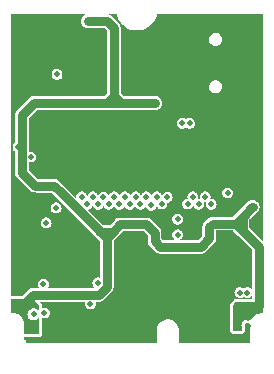
<source format=gbr>
G04 #@! TF.GenerationSoftware,KiCad,Pcbnew,(6.0.1)*
G04 #@! TF.CreationDate,2022-02-18T21:00:09+08:00*
G04 #@! TF.ProjectId,STM32_FOC_Board,53544d33-325f-4464-9f43-5f426f617264,rev?*
G04 #@! TF.SameCoordinates,Original*
G04 #@! TF.FileFunction,Copper,L2,Inr*
G04 #@! TF.FilePolarity,Positive*
%FSLAX46Y46*%
G04 Gerber Fmt 4.6, Leading zero omitted, Abs format (unit mm)*
G04 Created by KiCad (PCBNEW (6.0.1)) date 2022-02-18 21:00:09*
%MOMM*%
%LPD*%
G01*
G04 APERTURE LIST*
G04 #@! TA.AperFunction,ComponentPad*
%ADD10O,1.999000X1.000800*%
G04 #@! TD*
G04 #@! TA.AperFunction,ViaPad*
%ADD11C,0.508000*%
G04 #@! TD*
G04 #@! TA.AperFunction,Conductor*
%ADD12C,0.762000*%
G04 #@! TD*
G04 APERTURE END LIST*
D10*
X148799600Y-82757000D03*
X148799600Y-89955400D03*
X145330000Y-82757000D03*
X145330000Y-89955400D03*
D11*
X132943600Y-102235000D03*
X129563710Y-86691604D03*
X146068800Y-93625600D03*
X131336800Y-98895900D03*
X133597400Y-92812800D03*
X143556000Y-108215121D03*
X129768600Y-104317800D03*
X129582500Y-99403900D03*
X131362200Y-97549200D03*
X148227800Y-95733800D03*
X147542000Y-95048000D03*
X129563710Y-89231604D03*
X133673600Y-95187500D03*
X140404600Y-87923100D03*
X149828000Y-93727200D03*
X149352000Y-108585000D03*
X129563710Y-84151604D03*
X134264400Y-87147400D03*
X144195800Y-84480400D03*
X149883710Y-96851604D03*
X136188200Y-92457200D03*
X136721600Y-91974600D03*
X139210800Y-87948500D03*
X146761200Y-94234000D03*
X143122400Y-105601500D03*
X147834383Y-91733583D03*
X149883710Y-91771604D03*
X142087600Y-83489800D03*
X150005800Y-100318300D03*
X129743200Y-102895400D03*
X133172200Y-103606600D03*
X132835400Y-108116100D03*
X132835400Y-108725700D03*
X148498922Y-92398122D03*
X143437897Y-106653597D03*
X132156200Y-83566000D03*
X142087600Y-82651600D03*
X131241800Y-91186000D03*
X149163461Y-93062661D03*
X145516600Y-84480400D03*
X137966200Y-90755400D03*
X144856200Y-84480400D03*
X143230600Y-101904800D03*
X137610600Y-89587000D03*
X149777200Y-98514900D03*
X135813800Y-82804000D03*
X149430065Y-107955318D03*
X141547600Y-89751900D03*
X149802600Y-107455700D03*
X129971800Y-107213400D03*
X136677400Y-89662000D03*
X150290479Y-106959400D03*
X130454400Y-90551000D03*
X133546600Y-97295700D03*
X129922848Y-93434900D03*
X136759700Y-105969800D03*
X130378200Y-106857800D03*
X135737600Y-89662000D03*
X132161800Y-107506500D03*
X130987800Y-94318400D03*
X133140200Y-98616500D03*
X133223000Y-87325200D03*
X132073400Y-105093500D03*
X136670800Y-104966500D03*
X136051989Y-106753711D03*
X132302000Y-99886500D03*
X131235200Y-107633500D03*
X147670600Y-97342800D03*
X146272000Y-98311700D03*
X145764000Y-97676700D03*
X145205200Y-98311700D03*
X144725078Y-97676700D03*
X144281078Y-98298000D03*
X143439400Y-99589800D03*
X143433800Y-100888800D03*
X142551400Y-97713800D03*
X142107389Y-98297511D03*
X141663389Y-97676700D03*
X141205200Y-98400100D03*
X140773400Y-97676700D03*
X140289800Y-98311700D03*
X139884400Y-97676700D03*
X139401800Y-98311700D03*
X138970000Y-97676700D03*
X138499600Y-98311700D03*
X138055600Y-97676700D03*
X137598400Y-98311700D03*
X137154400Y-97676700D03*
X136709400Y-98311700D03*
X136254533Y-97676700D03*
X135795000Y-98319800D03*
X135313962Y-97676700D03*
X149315237Y-105791000D03*
X143835200Y-91473329D03*
X144444800Y-91473329D03*
X148705637Y-105791000D03*
D12*
X141547600Y-89751900D02*
X138601500Y-89751900D01*
X137432800Y-101181900D02*
X137432800Y-101207300D01*
X148932900Y-99352100D02*
X149770100Y-98514900D01*
X149770100Y-98514900D02*
X149777200Y-98514900D01*
X148336000Y-99949000D02*
X148932900Y-99352100D01*
X143230600Y-101904800D02*
X145422100Y-101904800D01*
X136591050Y-100340150D02*
X136889250Y-100638350D01*
X137464800Y-82804000D02*
X138023600Y-83362800D01*
X150290480Y-101903480D02*
X150290480Y-106959400D01*
X132987800Y-96736900D02*
X131336800Y-96736900D01*
X146119600Y-100216700D02*
X146387300Y-99949000D01*
X130454400Y-90551000D02*
X131267200Y-89738200D01*
X136759700Y-105969800D02*
X136747000Y-105982500D01*
X130226289Y-90779111D02*
X130454400Y-90551000D01*
X136889250Y-100638350D02*
X137925550Y-100638350D01*
X137432311Y-105297189D02*
X136759700Y-105969800D01*
X141478000Y-101422200D02*
X141478000Y-100711000D01*
X141960600Y-101904800D02*
X141478000Y-101422200D01*
X137432311Y-101131589D02*
X137432311Y-105297189D01*
X146387300Y-99949000D02*
X148336000Y-99949000D01*
X137925550Y-100638350D02*
X137432311Y-101131589D01*
X130226289Y-95626389D02*
X130226289Y-90779111D01*
X141478000Y-100711000D02*
X140792200Y-100025200D01*
X145422100Y-101904800D02*
X146119600Y-101207300D01*
X137459400Y-89738200D02*
X137610600Y-89587000D01*
X137445700Y-89751900D02*
X138601500Y-89751900D01*
X148983700Y-100596700D02*
X150290480Y-101903480D01*
X131267200Y-89738200D02*
X137459400Y-89738200D01*
X138023600Y-83362800D02*
X138023600Y-89174000D01*
X133546600Y-97295700D02*
X132987800Y-96736900D01*
X131336800Y-96736900D02*
X130226289Y-95626389D01*
X140792200Y-100025200D02*
X138538700Y-100025200D01*
X136591050Y-100340150D02*
X137432800Y-101181900D01*
X138601500Y-89751900D02*
X138023600Y-89174000D01*
X133546600Y-97295700D02*
X136591050Y-100340150D01*
X148932900Y-99352100D02*
X148932900Y-100545900D01*
X148336000Y-99949000D02*
X148983700Y-100596700D01*
X131184400Y-105982500D02*
X130016000Y-107150900D01*
X136747000Y-105982500D02*
X131184400Y-105982500D01*
X135813800Y-82804000D02*
X137464800Y-82804000D01*
X143230600Y-101904800D02*
X141960600Y-101904800D01*
X146119600Y-101207300D02*
X146119600Y-100216700D01*
X138023600Y-89174000D02*
X137610600Y-89587000D01*
X148932900Y-100545900D02*
X148983700Y-100596700D01*
X138538700Y-100025200D02*
X137925550Y-100638350D01*
G04 #@! TA.AperFunction,Conductor*
G36*
X131209306Y-106356406D02*
G01*
X131706094Y-106853194D01*
X131724400Y-106897388D01*
X131724400Y-107227595D01*
X131718476Y-107254155D01*
X131710481Y-107271184D01*
X131675130Y-107303409D01*
X131627346Y-107301199D01*
X131606558Y-107285420D01*
X131601417Y-107279454D01*
X131572913Y-107246373D01*
X131450685Y-107167148D01*
X131311134Y-107125414D01*
X131238307Y-107124969D01*
X131169932Y-107124551D01*
X131169931Y-107124551D01*
X131165479Y-107124524D01*
X131025429Y-107164551D01*
X130902242Y-107242276D01*
X130899299Y-107245608D01*
X130899297Y-107245610D01*
X130850203Y-107301199D01*
X130805822Y-107351451D01*
X130803930Y-107355481D01*
X130745811Y-107479269D01*
X130745810Y-107479272D01*
X130743919Y-107483300D01*
X130721509Y-107627224D01*
X130740395Y-107771652D01*
X130799059Y-107904974D01*
X130805000Y-107912042D01*
X130889886Y-108013026D01*
X130892783Y-108016473D01*
X130896488Y-108018939D01*
X130896490Y-108018941D01*
X130989465Y-108080829D01*
X131014034Y-108097184D01*
X131153064Y-108140621D01*
X131157514Y-108140703D01*
X131157517Y-108140703D01*
X131294252Y-108143209D01*
X131294255Y-108143209D01*
X131298698Y-108143290D01*
X131302989Y-108142120D01*
X131302990Y-108142120D01*
X131353970Y-108128221D01*
X131439226Y-108104977D01*
X131443017Y-108102649D01*
X131443020Y-108102648D01*
X131559562Y-108031092D01*
X131559565Y-108031089D01*
X131563354Y-108028763D01*
X131577562Y-108013066D01*
X131615563Y-107971084D01*
X131658793Y-107950603D01*
X131703842Y-107966689D01*
X131724400Y-108013026D01*
X131724400Y-109247400D01*
X131706094Y-109291594D01*
X131661900Y-109309900D01*
X130471500Y-109309900D01*
X130427306Y-109291594D01*
X130409000Y-109247400D01*
X130409000Y-108397691D01*
X130410148Y-108385766D01*
X130412980Y-108371194D01*
X130414024Y-108365825D01*
X130411903Y-108352434D01*
X130411344Y-108347782D01*
X130409209Y-108321754D01*
X130409000Y-108316644D01*
X130409000Y-108311218D01*
X130408277Y-108307120D01*
X130407537Y-108301379D01*
X130400036Y-108209943D01*
X130399782Y-108206846D01*
X130370779Y-108106148D01*
X130356499Y-108056569D01*
X130356498Y-108056567D01*
X130355639Y-108053584D01*
X130282129Y-107912042D01*
X130276442Y-107904974D01*
X130184084Y-107790201D01*
X130182140Y-107787785D01*
X130059603Y-107685694D01*
X130056874Y-107684217D01*
X129922066Y-107611262D01*
X129922062Y-107611260D01*
X129919334Y-107609784D01*
X129821013Y-107579643D01*
X129769812Y-107563946D01*
X129769810Y-107563946D01*
X129766846Y-107563037D01*
X129701065Y-107556511D01*
X129696389Y-107555867D01*
X129671471Y-107551473D01*
X129671458Y-107551472D01*
X129668782Y-107551000D01*
X129648608Y-107551000D01*
X129642439Y-107550695D01*
X129634649Y-107549922D01*
X129626122Y-107549076D01*
X129621478Y-107548439D01*
X129608132Y-107546091D01*
X129585756Y-107550046D01*
X129574878Y-107551000D01*
X129391500Y-107551000D01*
X129347306Y-107532694D01*
X129329000Y-107488500D01*
X129329000Y-106400600D01*
X129347306Y-106356406D01*
X129391500Y-106338100D01*
X131165112Y-106338100D01*
X131209306Y-106356406D01*
G37*
G04 #@! TD.AperFunction*
G04 #@! TA.AperFunction,Conductor*
G36*
X150613121Y-106598402D02*
G01*
X150659614Y-106652058D01*
X150671000Y-106704400D01*
X150671000Y-107435000D01*
X150650998Y-107503121D01*
X150597342Y-107549614D01*
X150545000Y-107561000D01*
X150538121Y-107561000D01*
X150514610Y-107558513D01*
X150512873Y-107558450D01*
X150502092Y-107556144D01*
X150491172Y-107557665D01*
X150489998Y-107557622D01*
X150485967Y-107558030D01*
X150442878Y-107560750D01*
X150434939Y-107561000D01*
X150421218Y-107561000D01*
X150415798Y-107561956D01*
X150411384Y-107562342D01*
X150404327Y-107563184D01*
X150393449Y-107563871D01*
X150329234Y-107567925D01*
X150323187Y-107569544D01*
X150323186Y-107569544D01*
X150168000Y-107611089D01*
X150167996Y-107611090D01*
X150161954Y-107612708D01*
X150006792Y-107689602D01*
X150001846Y-107693430D01*
X150001844Y-107693431D01*
X149874793Y-107791755D01*
X149874790Y-107791757D01*
X149869842Y-107795587D01*
X149865747Y-107800316D01*
X149865744Y-107800319D01*
X149796025Y-107880836D01*
X149756484Y-107926500D01*
X149753403Y-107931942D01*
X149753401Y-107931945D01*
X149685586Y-108051736D01*
X149634620Y-108101162D01*
X149565022Y-108115188D01*
X149539835Y-108110379D01*
X149509015Y-108101162D01*
X149427934Y-108076914D01*
X149418958Y-108076859D01*
X149418957Y-108076859D01*
X149357644Y-108076485D01*
X149282279Y-108076024D01*
X149142229Y-108116051D01*
X149134642Y-108120838D01*
X149134640Y-108120839D01*
X149094896Y-108145916D01*
X149019042Y-108193776D01*
X148922622Y-108302951D01*
X148860719Y-108434800D01*
X148838309Y-108578724D01*
X148857195Y-108723152D01*
X148860810Y-108731368D01*
X148860811Y-108731371D01*
X148908633Y-108840054D01*
X148917761Y-108910461D01*
X148887374Y-108974626D01*
X148827121Y-109012177D01*
X148793304Y-109016800D01*
X148208000Y-109016800D01*
X148139879Y-108996798D01*
X148093386Y-108943142D01*
X148082000Y-108890800D01*
X148082000Y-106977579D01*
X148102002Y-106909458D01*
X148108924Y-106899733D01*
X148323565Y-106626554D01*
X148381379Y-106585348D01*
X148422641Y-106578400D01*
X150545000Y-106578400D01*
X150613121Y-106598402D01*
G37*
G04 #@! TD.AperFunction*
G04 #@! TA.AperFunction,Conductor*
G36*
X148097237Y-100537127D02*
G01*
X148491814Y-100931704D01*
X148492823Y-100932855D01*
X148515887Y-100962913D01*
X148516497Y-100963381D01*
X148545946Y-100985978D01*
X148547097Y-100986987D01*
X149702353Y-102142243D01*
X149705780Y-102150516D01*
X149705780Y-105511512D01*
X149702353Y-105519785D01*
X149694080Y-105523212D01*
X149685216Y-105519149D01*
X149619755Y-105443177D01*
X149619754Y-105443176D01*
X149619212Y-105442547D01*
X149618517Y-105442096D01*
X149618514Y-105442094D01*
X149509894Y-105371690D01*
X149509195Y-105371237D01*
X149442603Y-105351322D01*
X149384385Y-105333911D01*
X149384383Y-105333911D01*
X149383585Y-105333672D01*
X149315741Y-105333257D01*
X149253313Y-105332876D01*
X149253312Y-105332876D01*
X149252481Y-105332871D01*
X149185288Y-105352075D01*
X149127219Y-105368671D01*
X149127218Y-105368672D01*
X149126422Y-105368899D01*
X149121999Y-105371690D01*
X149015982Y-105438581D01*
X149007157Y-105440097D01*
X149003375Y-105438504D01*
X148900294Y-105371690D01*
X148899595Y-105371237D01*
X148833003Y-105351322D01*
X148774785Y-105333911D01*
X148774783Y-105333911D01*
X148773985Y-105333672D01*
X148706141Y-105333257D01*
X148643713Y-105332876D01*
X148643712Y-105332876D01*
X148642881Y-105332871D01*
X148575688Y-105352075D01*
X148517619Y-105368671D01*
X148517618Y-105368672D01*
X148516822Y-105368899D01*
X148405942Y-105438859D01*
X148405394Y-105439480D01*
X148405390Y-105439483D01*
X148376465Y-105472235D01*
X148319154Y-105537128D01*
X148263435Y-105655805D01*
X148243265Y-105785351D01*
X148260264Y-105915350D01*
X148313067Y-106035354D01*
X148397428Y-106135713D01*
X148398121Y-106136175D01*
X148398123Y-106136176D01*
X148414698Y-106147209D01*
X148506566Y-106208362D01*
X148631707Y-106247459D01*
X148706234Y-106248825D01*
X148761960Y-106249846D01*
X148761962Y-106249846D01*
X148762791Y-106249861D01*
X148889281Y-106215376D01*
X149001008Y-106146776D01*
X149002755Y-106144846D01*
X149010847Y-106141012D01*
X149017911Y-106142958D01*
X149116166Y-106208362D01*
X149241307Y-106247459D01*
X149315834Y-106248825D01*
X149371560Y-106249846D01*
X149371562Y-106249846D01*
X149372391Y-106249861D01*
X149498881Y-106215376D01*
X149610608Y-106146776D01*
X149615826Y-106141012D01*
X149638058Y-106116450D01*
X149685407Y-106064140D01*
X149693498Y-106060306D01*
X149701932Y-106063318D01*
X149705780Y-106071992D01*
X149705780Y-106312700D01*
X149702353Y-106320973D01*
X149694080Y-106324400D01*
X148422641Y-106324400D01*
X148380464Y-106327926D01*
X148355943Y-106332055D01*
X148339296Y-106334858D01*
X148339287Y-106334860D01*
X148339202Y-106334874D01*
X148324333Y-106337837D01*
X148233957Y-106378508D01*
X148176143Y-106419714D01*
X148123840Y-106469627D01*
X148123588Y-106469948D01*
X148123586Y-106469950D01*
X147909225Y-106742772D01*
X147909167Y-106742848D01*
X147905881Y-106747241D01*
X147901990Y-106752443D01*
X147895068Y-106762168D01*
X147858291Y-106837898D01*
X147858155Y-106838362D01*
X147838405Y-106905622D01*
X147838403Y-106905629D01*
X147838289Y-106906019D01*
X147828000Y-106977579D01*
X147828000Y-108890800D01*
X147833804Y-108944790D01*
X147845190Y-108997132D01*
X147852384Y-109023355D01*
X147901425Y-109109476D01*
X147947918Y-109163132D01*
X147980502Y-109194573D01*
X147981243Y-109194961D01*
X147981245Y-109194962D01*
X148067806Y-109240241D01*
X148067809Y-109240242D01*
X148068319Y-109240509D01*
X148068874Y-109240672D01*
X148136043Y-109260395D01*
X148136050Y-109260397D01*
X148136440Y-109260511D01*
X148136843Y-109260569D01*
X148136848Y-109260570D01*
X148181805Y-109267034D01*
X148208000Y-109270800D01*
X148793304Y-109270800D01*
X148793494Y-109270787D01*
X148793496Y-109270787D01*
X148798193Y-109270467D01*
X148827707Y-109268459D01*
X148836388Y-109267272D01*
X148860911Y-109263920D01*
X148860913Y-109263920D01*
X148861524Y-109263836D01*
X148961465Y-109227741D01*
X148961985Y-109227417D01*
X148961987Y-109227416D01*
X149021497Y-109190328D01*
X149021501Y-109190325D01*
X149021718Y-109190190D01*
X149057856Y-109162913D01*
X149116933Y-109083340D01*
X149118211Y-109080643D01*
X149147208Y-109019412D01*
X149147210Y-109019408D01*
X149147320Y-109019175D01*
X149162976Y-108976685D01*
X149168755Y-108891106D01*
X149169614Y-108878385D01*
X149169614Y-108878383D01*
X149169653Y-108877804D01*
X149160525Y-108807397D01*
X149160417Y-108807008D01*
X149160415Y-108807000D01*
X149141234Y-108738157D01*
X149141233Y-108738154D01*
X149141122Y-108737756D01*
X149133333Y-108720053D01*
X149105010Y-108655684D01*
X149104118Y-108652489D01*
X149095099Y-108583523D01*
X149095139Y-108580210D01*
X149105842Y-108511471D01*
X149106811Y-108508301D01*
X149136369Y-108445345D01*
X149138190Y-108442572D01*
X149184237Y-108390434D01*
X149186764Y-108388284D01*
X149215091Y-108370411D01*
X149223916Y-108368894D01*
X149227815Y-108370565D01*
X149230301Y-108372219D01*
X149230994Y-108372680D01*
X149356135Y-108411777D01*
X149430662Y-108413143D01*
X149486388Y-108414164D01*
X149486390Y-108414164D01*
X149487219Y-108414179D01*
X149583721Y-108387869D01*
X149592605Y-108388999D01*
X149598087Y-108396079D01*
X149598417Y-108400537D01*
X149598244Y-108401994D01*
X149598108Y-108402862D01*
X149595984Y-108413710D01*
X149600712Y-108443827D01*
X149600858Y-108444760D01*
X149601000Y-108446574D01*
X149601000Y-111539300D01*
X149597573Y-111547573D01*
X149589300Y-111551000D01*
X149566900Y-111551000D01*
X149558627Y-111547573D01*
X149555200Y-111539300D01*
X149555200Y-110083600D01*
X143570700Y-110083600D01*
X143562427Y-110080173D01*
X143559000Y-110071900D01*
X143559000Y-109042166D01*
X143559207Y-109039976D01*
X143563851Y-109015602D01*
X143564043Y-109014595D01*
X143562521Y-109005208D01*
X143562408Y-109004281D01*
X143552153Y-108877804D01*
X143548824Y-108836743D01*
X143501196Y-108664793D01*
X143460157Y-108581860D01*
X143422310Y-108505377D01*
X143422307Y-108505372D01*
X143422062Y-108504877D01*
X143314248Y-108362710D01*
X143181607Y-108243372D01*
X143028878Y-108151126D01*
X142861520Y-108089268D01*
X142860985Y-108089179D01*
X142860981Y-108089178D01*
X142686058Y-108060101D01*
X142686057Y-108060101D01*
X142685510Y-108060010D01*
X142609816Y-108061871D01*
X142507698Y-108064382D01*
X142507695Y-108064382D01*
X142507140Y-108064396D01*
X142506599Y-108064514D01*
X142506595Y-108064514D01*
X142333319Y-108102153D01*
X142333318Y-108102153D01*
X142332781Y-108102270D01*
X142168665Y-108172278D01*
X142020655Y-108271920D01*
X141894040Y-108397633D01*
X141793344Y-108544928D01*
X141722165Y-108708539D01*
X141722044Y-108709078D01*
X141693234Y-108837290D01*
X141683047Y-108882623D01*
X141678163Y-109036501D01*
X141677715Y-109050603D01*
X141677648Y-109051529D01*
X141676586Y-109061008D01*
X141676827Y-109062002D01*
X141680672Y-109077891D01*
X141681000Y-109080643D01*
X141681000Y-110071900D01*
X141677573Y-110080173D01*
X141669300Y-110083600D01*
X130586500Y-110083600D01*
X130578227Y-110080173D01*
X130574800Y-110071900D01*
X130574800Y-109829600D01*
X130420700Y-109829600D01*
X130412427Y-109826173D01*
X130409000Y-109817900D01*
X130409000Y-109565724D01*
X130412427Y-109557451D01*
X130420700Y-109554024D01*
X130422979Y-109554249D01*
X130455642Y-109560746D01*
X130470931Y-109563787D01*
X130470933Y-109563787D01*
X130471500Y-109563900D01*
X131661900Y-109563900D01*
X131662467Y-109563787D01*
X131662469Y-109563787D01*
X131758535Y-109544678D01*
X131759103Y-109544565D01*
X131803297Y-109526259D01*
X131885698Y-109471200D01*
X131940759Y-109388797D01*
X131959065Y-109344603D01*
X131959178Y-109344035D01*
X131978287Y-109247969D01*
X131978287Y-109247967D01*
X131978400Y-109247400D01*
X131978400Y-108013026D01*
X131970444Y-107975478D01*
X131963423Y-107942338D01*
X131965061Y-107933534D01*
X131972444Y-107928467D01*
X131978358Y-107928745D01*
X131985179Y-107930876D01*
X132087870Y-107962959D01*
X132162397Y-107964325D01*
X132218123Y-107965346D01*
X132218125Y-107965346D01*
X132218954Y-107965361D01*
X132345444Y-107930876D01*
X132349368Y-107928467D01*
X132456466Y-107862709D01*
X132456467Y-107862708D01*
X132457171Y-107862276D01*
X132545153Y-107765075D01*
X132602317Y-107647087D01*
X132602778Y-107644351D01*
X132623995Y-107518238D01*
X132624069Y-107517798D01*
X132624207Y-107506500D01*
X132605621Y-107376718D01*
X132551356Y-107257369D01*
X132465775Y-107158047D01*
X132465080Y-107157596D01*
X132465077Y-107157594D01*
X132356457Y-107087190D01*
X132355758Y-107086737D01*
X132290892Y-107067338D01*
X132230948Y-107049411D01*
X132230946Y-107049411D01*
X132230148Y-107049172D01*
X132162304Y-107048757D01*
X132099876Y-107048376D01*
X132099875Y-107048376D01*
X132099044Y-107048371D01*
X132040968Y-107064969D01*
X131993315Y-107078588D01*
X131984419Y-107077566D01*
X131978850Y-107070553D01*
X131978400Y-107067338D01*
X131978400Y-106897388D01*
X131977786Y-106894298D01*
X131959178Y-106800753D01*
X131959065Y-106800185D01*
X131940759Y-106755991D01*
X131885699Y-106673589D01*
X131799283Y-106587173D01*
X131795856Y-106578900D01*
X131799283Y-106570627D01*
X131807556Y-106567200D01*
X135615461Y-106567200D01*
X135623734Y-106570627D01*
X135627161Y-106578900D01*
X135626052Y-106583872D01*
X135611898Y-106614020D01*
X135609787Y-106618516D01*
X135589617Y-106748062D01*
X135606616Y-106878061D01*
X135659419Y-106998065D01*
X135743780Y-107098424D01*
X135744473Y-107098886D01*
X135744475Y-107098887D01*
X135834296Y-107158677D01*
X135852918Y-107171073D01*
X135978059Y-107210170D01*
X136052586Y-107211536D01*
X136108312Y-107212557D01*
X136108314Y-107212557D01*
X136109143Y-107212572D01*
X136235633Y-107178087D01*
X136269010Y-107157594D01*
X136346655Y-107109920D01*
X136346656Y-107109919D01*
X136347360Y-107109487D01*
X136435342Y-107012286D01*
X136441922Y-106998706D01*
X136461674Y-106957935D01*
X136492506Y-106894298D01*
X136514258Y-106765009D01*
X136514396Y-106753711D01*
X136514215Y-106752443D01*
X136495928Y-106624754D01*
X136495810Y-106623929D01*
X136479098Y-106587173D01*
X136477539Y-106583743D01*
X136477235Y-106574793D01*
X136483347Y-106568249D01*
X136488190Y-106567200D01*
X136707914Y-106567200D01*
X136709441Y-106567300D01*
X136734711Y-106570627D01*
X136747000Y-106572245D01*
X136785319Y-106567200D01*
X136785321Y-106567200D01*
X136899637Y-106552150D01*
X137011876Y-106505659D01*
X137041873Y-106493234D01*
X137086386Y-106459077D01*
X137164013Y-106399513D01*
X137187079Y-106369453D01*
X137188088Y-106368303D01*
X137200243Y-106356148D01*
X137200246Y-106356144D01*
X137818118Y-105738272D01*
X137819269Y-105737263D01*
X137848715Y-105714669D01*
X137849324Y-105714202D01*
X137879461Y-105674927D01*
X137943045Y-105592061D01*
X137943339Y-105591352D01*
X137943341Y-105591348D01*
X138001666Y-105450538D01*
X138001961Y-105449826D01*
X138022057Y-105297189D01*
X138017111Y-105259622D01*
X138017011Y-105258096D01*
X138017011Y-101378625D01*
X138020438Y-101370352D01*
X138311354Y-101079436D01*
X138312505Y-101078427D01*
X138341953Y-101055831D01*
X138342563Y-101055363D01*
X138365628Y-101025304D01*
X138366637Y-101024153D01*
X138777463Y-100613327D01*
X138785736Y-100609900D01*
X140545164Y-100609900D01*
X140553437Y-100613327D01*
X140889873Y-100949764D01*
X140893300Y-100958037D01*
X140893300Y-101383114D01*
X140893200Y-101384640D01*
X140888255Y-101422200D01*
X140893300Y-101460519D01*
X140893300Y-101460521D01*
X140908350Y-101574837D01*
X140926039Y-101617541D01*
X140967266Y-101717073D01*
X140994191Y-101752162D01*
X141060987Y-101839213D01*
X141061596Y-101839680D01*
X141091046Y-101862278D01*
X141092197Y-101863287D01*
X141519516Y-102290607D01*
X141520519Y-102291751D01*
X141543587Y-102321813D01*
X141574251Y-102345342D01*
X141665727Y-102415534D01*
X141724643Y-102439938D01*
X141807963Y-102474450D01*
X141922279Y-102489500D01*
X141922281Y-102489500D01*
X141960600Y-102494545D01*
X141998161Y-102489600D01*
X141999687Y-102489500D01*
X145383014Y-102489500D01*
X145384540Y-102489600D01*
X145422100Y-102494545D01*
X145460419Y-102489500D01*
X145460421Y-102489500D01*
X145574737Y-102474450D01*
X145675313Y-102432790D01*
X145716973Y-102415534D01*
X145761486Y-102381377D01*
X145839113Y-102321813D01*
X145862178Y-102291754D01*
X145863187Y-102290603D01*
X146505404Y-101648386D01*
X146506555Y-101647377D01*
X146536003Y-101624781D01*
X146536613Y-101624313D01*
X146596177Y-101546686D01*
X146630334Y-101502173D01*
X146647590Y-101460513D01*
X146689250Y-101359937D01*
X146704300Y-101245621D01*
X146704300Y-101245619D01*
X146709345Y-101207300D01*
X146704400Y-101169738D01*
X146704300Y-101168212D01*
X146704300Y-100545400D01*
X146707727Y-100537127D01*
X146716000Y-100533700D01*
X148088964Y-100533700D01*
X148097237Y-100537127D01*
G37*
G04 #@! TD.AperFunction*
G04 #@! TA.AperFunction,Conductor*
G36*
X138256733Y-82172427D02*
G01*
X138259905Y-82178272D01*
X138290979Y-82324786D01*
X138377567Y-82560502D01*
X138377771Y-82560879D01*
X138377771Y-82560880D01*
X138382837Y-82570263D01*
X138496872Y-82781468D01*
X138513582Y-82804000D01*
X138626215Y-82955875D01*
X138646457Y-82983170D01*
X138729646Y-83067069D01*
X138822970Y-83161190D01*
X138822974Y-83161193D01*
X138823267Y-83161489D01*
X139023691Y-83312782D01*
X139243636Y-83433959D01*
X139244025Y-83434106D01*
X139244028Y-83434107D01*
X139255410Y-83438398D01*
X139478608Y-83522546D01*
X139603667Y-83550183D01*
X139723395Y-83576642D01*
X139723399Y-83576643D01*
X139723808Y-83576733D01*
X139974229Y-83595412D01*
X140224755Y-83578204D01*
X140225162Y-83578117D01*
X140225166Y-83578116D01*
X140324186Y-83556842D01*
X140470270Y-83525458D01*
X140600543Y-83477215D01*
X140705365Y-83438398D01*
X140705371Y-83438395D01*
X140705758Y-83438252D01*
X140926410Y-83318368D01*
X141127719Y-83168255D01*
X141305574Y-82990977D01*
X141456341Y-82790157D01*
X141460914Y-82781806D01*
X141510452Y-82691329D01*
X141576941Y-82569895D01*
X141599402Y-82509842D01*
X141664767Y-82335078D01*
X141664768Y-82335073D01*
X141664911Y-82334692D01*
X141699062Y-82178205D01*
X141704174Y-82170853D01*
X141710493Y-82169000D01*
X150659300Y-82169000D01*
X150667573Y-82172427D01*
X150671000Y-82180700D01*
X150671000Y-101428864D01*
X150667573Y-101437137D01*
X150659300Y-101440564D01*
X150651027Y-101437137D01*
X149521027Y-100307137D01*
X149517600Y-100298864D01*
X149517600Y-99599136D01*
X149521027Y-99590863D01*
X150132494Y-98979397D01*
X150133645Y-98978388D01*
X150163624Y-98955384D01*
X150194213Y-98931913D01*
X150250359Y-98858742D01*
X150287463Y-98810387D01*
X150287463Y-98810386D01*
X150287934Y-98809773D01*
X150346850Y-98667537D01*
X150366945Y-98514900D01*
X150346850Y-98362263D01*
X150287934Y-98220028D01*
X150276909Y-98205659D01*
X150217743Y-98128552D01*
X150194213Y-98097887D01*
X150072072Y-98004166D01*
X149929837Y-97945250D01*
X149815521Y-97930200D01*
X149809194Y-97930200D01*
X149807667Y-97930100D01*
X149770860Y-97925254D01*
X149770100Y-97925154D01*
X149769340Y-97925254D01*
X149745506Y-97928392D01*
X149617463Y-97945250D01*
X149475228Y-98004166D01*
X149474615Y-98004637D01*
X149474614Y-98004637D01*
X149399934Y-98061941D01*
X149388559Y-98070669D01*
X149353087Y-98097887D01*
X149330019Y-98127949D01*
X149329016Y-98129093D01*
X148547096Y-98911014D01*
X148545944Y-98912023D01*
X148515887Y-98935087D01*
X148515419Y-98935697D01*
X148492823Y-98965145D01*
X148491814Y-98966296D01*
X148097237Y-99360873D01*
X148088964Y-99364300D01*
X146426386Y-99364300D01*
X146424859Y-99364200D01*
X146388060Y-99359355D01*
X146387300Y-99359255D01*
X146348981Y-99364300D01*
X146348979Y-99364300D01*
X146234663Y-99379350D01*
X146134087Y-99421010D01*
X146092427Y-99438266D01*
X146072119Y-99453849D01*
X146069901Y-99455551D01*
X145993507Y-99514170D01*
X145970287Y-99531987D01*
X145968467Y-99534359D01*
X145947222Y-99562046D01*
X145946213Y-99563197D01*
X145733796Y-99775614D01*
X145732644Y-99776623D01*
X145702587Y-99799687D01*
X145702119Y-99800297D01*
X145665228Y-99848375D01*
X145626967Y-99898238D01*
X145608866Y-99921827D01*
X145599321Y-99944872D01*
X145549950Y-100064063D01*
X145534900Y-100178379D01*
X145529855Y-100216700D01*
X145529955Y-100217460D01*
X145534800Y-100254261D01*
X145534900Y-100255788D01*
X145534900Y-100960264D01*
X145531473Y-100968537D01*
X145183337Y-101316673D01*
X145175064Y-101320100D01*
X143647584Y-101320100D01*
X143639311Y-101316673D01*
X143635884Y-101308400D01*
X143639311Y-101300127D01*
X143641462Y-101298429D01*
X143728466Y-101245009D01*
X143728467Y-101245008D01*
X143729171Y-101244576D01*
X143817153Y-101147375D01*
X143823733Y-101133795D01*
X143873951Y-101030142D01*
X143874317Y-101029387D01*
X143875004Y-101025307D01*
X143895995Y-100900538D01*
X143896069Y-100900098D01*
X143896207Y-100888800D01*
X143895281Y-100882330D01*
X143877739Y-100759843D01*
X143877621Y-100759018D01*
X143877276Y-100758259D01*
X143823699Y-100640423D01*
X143823698Y-100640422D01*
X143823356Y-100639669D01*
X143800658Y-100613327D01*
X143738318Y-100540977D01*
X143738317Y-100540976D01*
X143737775Y-100540347D01*
X143737080Y-100539896D01*
X143737077Y-100539894D01*
X143628457Y-100469490D01*
X143627758Y-100469037D01*
X143564953Y-100450254D01*
X143502948Y-100431711D01*
X143502946Y-100431711D01*
X143502148Y-100431472D01*
X143434304Y-100431057D01*
X143371876Y-100430676D01*
X143371875Y-100430676D01*
X143371044Y-100430671D01*
X143292530Y-100453111D01*
X143245782Y-100466471D01*
X143245781Y-100466472D01*
X143244985Y-100466699D01*
X143134105Y-100536659D01*
X143133557Y-100537280D01*
X143133553Y-100537283D01*
X143087749Y-100589148D01*
X143047317Y-100634928D01*
X142991598Y-100753605D01*
X142971428Y-100883151D01*
X142988427Y-101013150D01*
X142988763Y-101013913D01*
X142988763Y-101013914D01*
X143029319Y-101106084D01*
X143041230Y-101133154D01*
X143071344Y-101168979D01*
X143103557Y-101207300D01*
X143125591Y-101233513D01*
X143126284Y-101233975D01*
X143126286Y-101233976D01*
X143223459Y-101298660D01*
X143228447Y-101306097D01*
X143226716Y-101314883D01*
X143219279Y-101319871D01*
X143216976Y-101320100D01*
X142207637Y-101320100D01*
X142199364Y-101316673D01*
X142066127Y-101183437D01*
X142062700Y-101175164D01*
X142062700Y-100750094D01*
X142062800Y-100748567D01*
X142067646Y-100711760D01*
X142067746Y-100711000D01*
X142047650Y-100558363D01*
X141988734Y-100416128D01*
X141918543Y-100324652D01*
X141918542Y-100324651D01*
X141895013Y-100293987D01*
X141864951Y-100270919D01*
X141863807Y-100269916D01*
X141233286Y-99639396D01*
X141232277Y-99638245D01*
X141209681Y-99608797D01*
X141209680Y-99608796D01*
X141209213Y-99608187D01*
X141177888Y-99584151D01*
X142977028Y-99584151D01*
X142994027Y-99714150D01*
X142994363Y-99714913D01*
X142994363Y-99714914D01*
X143010738Y-99752129D01*
X143046830Y-99834154D01*
X143085393Y-99880030D01*
X143100699Y-99898238D01*
X143131191Y-99934513D01*
X143131884Y-99934975D01*
X143131886Y-99934976D01*
X143232043Y-100001646D01*
X143240329Y-100007162D01*
X143365470Y-100046259D01*
X143439997Y-100047625D01*
X143495723Y-100048646D01*
X143495725Y-100048646D01*
X143496554Y-100048661D01*
X143623044Y-100014176D01*
X143734771Y-99945576D01*
X143822753Y-99848375D01*
X143829333Y-99834795D01*
X143867160Y-99756718D01*
X143879917Y-99730387D01*
X143895226Y-99639397D01*
X143901595Y-99601538D01*
X143901669Y-99601098D01*
X143901807Y-99589800D01*
X143900881Y-99583330D01*
X143883339Y-99460843D01*
X143883221Y-99460018D01*
X143881144Y-99455450D01*
X143829299Y-99341423D01*
X143829298Y-99341422D01*
X143828956Y-99340669D01*
X143743375Y-99241347D01*
X143742680Y-99240896D01*
X143742677Y-99240894D01*
X143634057Y-99170490D01*
X143633358Y-99170037D01*
X143570553Y-99151255D01*
X143508548Y-99132711D01*
X143508546Y-99132711D01*
X143507748Y-99132472D01*
X143439904Y-99132057D01*
X143377476Y-99131676D01*
X143377475Y-99131676D01*
X143376644Y-99131671D01*
X143298130Y-99154111D01*
X143251382Y-99167471D01*
X143251381Y-99167472D01*
X143250585Y-99167699D01*
X143139705Y-99237659D01*
X143139157Y-99238280D01*
X143139153Y-99238283D01*
X143135891Y-99241977D01*
X143052917Y-99335928D01*
X142997198Y-99454605D01*
X142977028Y-99584151D01*
X141177888Y-99584151D01*
X141117804Y-99538047D01*
X141087073Y-99514466D01*
X141045413Y-99497210D01*
X140944837Y-99455550D01*
X140830521Y-99440500D01*
X140830519Y-99440500D01*
X140792200Y-99435455D01*
X140791440Y-99435555D01*
X140754639Y-99440400D01*
X140753112Y-99440500D01*
X138577786Y-99440500D01*
X138576259Y-99440400D01*
X138539460Y-99435555D01*
X138538700Y-99435455D01*
X138500381Y-99440500D01*
X138500379Y-99440500D01*
X138386063Y-99455550D01*
X138326850Y-99480077D01*
X138243827Y-99514466D01*
X138220200Y-99532596D01*
X138213096Y-99538047D01*
X138130926Y-99601098D01*
X138121687Y-99608187D01*
X138121220Y-99608796D01*
X138098622Y-99638246D01*
X138097613Y-99639397D01*
X137686787Y-100050223D01*
X137678514Y-100053650D01*
X137136286Y-100053650D01*
X137128013Y-100050223D01*
X137031595Y-99953805D01*
X137031592Y-99953801D01*
X135869788Y-98791997D01*
X135866361Y-98783724D01*
X135869788Y-98775451D01*
X135874982Y-98772437D01*
X135978644Y-98744176D01*
X135991837Y-98736076D01*
X136089666Y-98676009D01*
X136089667Y-98676008D01*
X136090371Y-98675576D01*
X136107717Y-98656413D01*
X136133219Y-98628238D01*
X136178353Y-98578375D01*
X136181978Y-98570894D01*
X136222760Y-98486718D01*
X136235517Y-98460387D01*
X136235764Y-98458922D01*
X136240361Y-98431596D01*
X136245113Y-98424006D01*
X136253840Y-98421999D01*
X136261430Y-98426751D01*
X136263500Y-98432020D01*
X136264027Y-98436050D01*
X136264363Y-98436813D01*
X136264363Y-98436814D01*
X136283607Y-98480549D01*
X136316830Y-98556054D01*
X136401191Y-98656413D01*
X136401884Y-98656875D01*
X136401886Y-98656876D01*
X136430629Y-98676009D01*
X136510329Y-98729062D01*
X136635470Y-98768159D01*
X136709997Y-98769525D01*
X136765723Y-98770546D01*
X136765725Y-98770546D01*
X136766554Y-98770561D01*
X136893044Y-98736076D01*
X136916154Y-98721887D01*
X137004066Y-98667909D01*
X137004067Y-98667908D01*
X137004771Y-98667476D01*
X137092753Y-98570275D01*
X137099333Y-98556695D01*
X137144251Y-98463982D01*
X137150942Y-98458030D01*
X137159881Y-98458554D01*
X137165488Y-98464370D01*
X137205830Y-98556054D01*
X137290191Y-98656413D01*
X137290884Y-98656875D01*
X137290886Y-98656876D01*
X137319629Y-98676009D01*
X137399329Y-98729062D01*
X137524470Y-98768159D01*
X137598997Y-98769525D01*
X137654723Y-98770546D01*
X137654725Y-98770546D01*
X137655554Y-98770561D01*
X137782044Y-98736076D01*
X137805154Y-98721887D01*
X137893066Y-98667909D01*
X137893067Y-98667908D01*
X137893771Y-98667476D01*
X137981753Y-98570275D01*
X137988333Y-98556695D01*
X138035931Y-98458451D01*
X138038917Y-98452287D01*
X138038985Y-98451882D01*
X138044669Y-98445162D01*
X138053592Y-98444417D01*
X138060739Y-98450849D01*
X138107030Y-98556054D01*
X138191391Y-98656413D01*
X138192084Y-98656875D01*
X138192086Y-98656876D01*
X138220829Y-98676009D01*
X138300529Y-98729062D01*
X138425670Y-98768159D01*
X138500197Y-98769525D01*
X138555923Y-98770546D01*
X138555925Y-98770546D01*
X138556754Y-98770561D01*
X138683244Y-98736076D01*
X138706354Y-98721887D01*
X138794266Y-98667909D01*
X138794267Y-98667908D01*
X138794971Y-98667476D01*
X138882953Y-98570275D01*
X138889528Y-98556705D01*
X138939752Y-98453041D01*
X138939753Y-98453039D01*
X138940117Y-98452287D01*
X138940256Y-98451462D01*
X138940504Y-98450685D01*
X138946286Y-98443846D01*
X138955209Y-98443098D01*
X138962359Y-98449532D01*
X138976007Y-98480549D01*
X139009230Y-98556054D01*
X139093591Y-98656413D01*
X139094284Y-98656875D01*
X139094286Y-98656876D01*
X139123029Y-98676009D01*
X139202729Y-98729062D01*
X139327870Y-98768159D01*
X139402397Y-98769525D01*
X139458123Y-98770546D01*
X139458125Y-98770546D01*
X139458954Y-98770561D01*
X139585444Y-98736076D01*
X139608554Y-98721887D01*
X139696466Y-98667909D01*
X139696467Y-98667908D01*
X139697171Y-98667476D01*
X139785153Y-98570275D01*
X139791728Y-98556705D01*
X139836127Y-98465064D01*
X139842818Y-98459112D01*
X139851757Y-98459636D01*
X139857365Y-98465453D01*
X139897230Y-98556054D01*
X139981591Y-98656413D01*
X139982284Y-98656875D01*
X139982286Y-98656876D01*
X140011029Y-98676009D01*
X140090729Y-98729062D01*
X140215870Y-98768159D01*
X140290397Y-98769525D01*
X140346123Y-98770546D01*
X140346125Y-98770546D01*
X140346954Y-98770561D01*
X140473444Y-98736076D01*
X140496554Y-98721887D01*
X140584466Y-98667909D01*
X140584467Y-98667908D01*
X140585171Y-98667476D01*
X140673153Y-98570275D01*
X140679733Y-98556695D01*
X140729067Y-98454867D01*
X140735758Y-98448915D01*
X140744697Y-98449439D01*
X140750649Y-98456130D01*
X140751197Y-98458449D01*
X140759827Y-98524450D01*
X140760163Y-98525213D01*
X140760163Y-98525214D01*
X140783827Y-98578994D01*
X140812630Y-98644454D01*
X140831393Y-98666775D01*
X140892965Y-98740023D01*
X140896991Y-98744813D01*
X140897684Y-98745275D01*
X140897686Y-98745276D01*
X140967874Y-98791997D01*
X141006129Y-98817462D01*
X141131270Y-98856559D01*
X141205797Y-98857925D01*
X141261523Y-98858946D01*
X141261525Y-98858946D01*
X141262354Y-98858961D01*
X141388844Y-98824476D01*
X141411791Y-98810387D01*
X141499866Y-98756309D01*
X141499867Y-98756308D01*
X141500571Y-98755876D01*
X141514921Y-98740023D01*
X141525258Y-98728602D01*
X141588553Y-98658675D01*
X141589960Y-98655772D01*
X141627158Y-98578994D01*
X141645717Y-98540687D01*
X141658196Y-98466511D01*
X141662948Y-98458922D01*
X141671675Y-98456915D01*
X141679265Y-98461667D01*
X141680443Y-98463741D01*
X141702620Y-98514140D01*
X141714819Y-98541865D01*
X141738067Y-98569522D01*
X141787054Y-98627798D01*
X141799180Y-98642224D01*
X141799873Y-98642686D01*
X141799875Y-98642687D01*
X141849934Y-98676009D01*
X141908318Y-98714873D01*
X142033459Y-98753970D01*
X142107986Y-98755336D01*
X142163712Y-98756357D01*
X142163714Y-98756357D01*
X142164543Y-98756372D01*
X142291033Y-98721887D01*
X142302410Y-98714902D01*
X142402055Y-98653720D01*
X142402056Y-98653719D01*
X142402760Y-98653287D01*
X142490742Y-98556086D01*
X142497085Y-98542995D01*
X142539170Y-98456130D01*
X142547906Y-98438098D01*
X142548464Y-98434785D01*
X142569584Y-98309249D01*
X142569658Y-98308809D01*
X142569796Y-98297511D01*
X142569058Y-98292351D01*
X143818706Y-98292351D01*
X143835705Y-98422350D01*
X143836041Y-98423113D01*
X143836041Y-98423114D01*
X143854195Y-98464371D01*
X143888508Y-98542354D01*
X143911345Y-98569522D01*
X143960332Y-98627798D01*
X143972869Y-98642713D01*
X143973562Y-98643175D01*
X143973564Y-98643176D01*
X144022238Y-98675576D01*
X144082007Y-98715362D01*
X144207148Y-98754459D01*
X144281675Y-98755825D01*
X144337401Y-98756846D01*
X144337403Y-98756846D01*
X144338232Y-98756861D01*
X144464722Y-98722376D01*
X144465519Y-98721887D01*
X144575744Y-98654209D01*
X144575745Y-98654208D01*
X144576449Y-98653776D01*
X144577448Y-98652673D01*
X144609785Y-98616947D01*
X144664431Y-98556575D01*
X144671011Y-98542995D01*
X144700499Y-98482129D01*
X144721595Y-98438587D01*
X144730305Y-98386814D01*
X144735057Y-98379225D01*
X144743784Y-98377218D01*
X144751374Y-98381970D01*
X144753444Y-98387239D01*
X144759827Y-98436050D01*
X144760163Y-98436813D01*
X144760163Y-98436814D01*
X144779407Y-98480549D01*
X144812630Y-98556054D01*
X144896991Y-98656413D01*
X144897684Y-98656875D01*
X144897686Y-98656876D01*
X144926429Y-98676009D01*
X145006129Y-98729062D01*
X145131270Y-98768159D01*
X145205797Y-98769525D01*
X145261523Y-98770546D01*
X145261525Y-98770546D01*
X145262354Y-98770561D01*
X145388844Y-98736076D01*
X145411954Y-98721887D01*
X145499866Y-98667909D01*
X145499867Y-98667908D01*
X145500571Y-98667476D01*
X145588553Y-98570275D01*
X145595133Y-98556695D01*
X145628636Y-98487543D01*
X145645717Y-98452287D01*
X145646285Y-98448915D01*
X145667395Y-98323438D01*
X145667469Y-98322998D01*
X145667607Y-98311700D01*
X145666681Y-98305230D01*
X145650072Y-98189259D01*
X145649021Y-98181918D01*
X145647863Y-98179370D01*
X145642447Y-98167459D01*
X145627210Y-98133948D01*
X145626905Y-98124999D01*
X145633018Y-98118455D01*
X145641350Y-98117938D01*
X145690070Y-98133159D01*
X145764597Y-98134525D01*
X145820323Y-98135546D01*
X145820325Y-98135546D01*
X145821154Y-98135561D01*
X145821957Y-98135342D01*
X145821958Y-98135342D01*
X145828683Y-98133509D01*
X145837566Y-98134639D01*
X145843048Y-98141720D01*
X145842351Y-98149768D01*
X145829798Y-98176505D01*
X145809628Y-98306051D01*
X145826627Y-98436050D01*
X145826963Y-98436813D01*
X145826963Y-98436814D01*
X145846207Y-98480549D01*
X145879430Y-98556054D01*
X145963791Y-98656413D01*
X145964484Y-98656875D01*
X145964486Y-98656876D01*
X145993229Y-98676009D01*
X146072929Y-98729062D01*
X146198070Y-98768159D01*
X146272597Y-98769525D01*
X146328323Y-98770546D01*
X146328325Y-98770546D01*
X146329154Y-98770561D01*
X146455644Y-98736076D01*
X146478754Y-98721887D01*
X146566666Y-98667909D01*
X146566667Y-98667908D01*
X146567371Y-98667476D01*
X146655353Y-98570275D01*
X146661933Y-98556695D01*
X146695436Y-98487543D01*
X146712517Y-98452287D01*
X146713085Y-98448915D01*
X146734195Y-98323438D01*
X146734269Y-98322998D01*
X146734407Y-98311700D01*
X146733481Y-98305230D01*
X146716872Y-98189259D01*
X146715821Y-98181918D01*
X146714851Y-98179784D01*
X146661899Y-98063323D01*
X146661898Y-98063322D01*
X146661556Y-98062569D01*
X146645666Y-98044128D01*
X146576518Y-97963877D01*
X146576517Y-97963876D01*
X146575975Y-97963247D01*
X146575280Y-97962796D01*
X146575277Y-97962794D01*
X146466657Y-97892390D01*
X146465958Y-97891937D01*
X146393344Y-97870221D01*
X146341148Y-97854611D01*
X146341146Y-97854611D01*
X146340348Y-97854372D01*
X146272504Y-97853957D01*
X146210076Y-97853576D01*
X146210075Y-97853576D01*
X146209244Y-97853571D01*
X146208445Y-97853799D01*
X146207616Y-97853913D01*
X146207584Y-97853679D01*
X146199600Y-97852759D01*
X146194035Y-97845743D01*
X146194757Y-97837432D01*
X146195007Y-97836916D01*
X146204517Y-97817287D01*
X146207121Y-97801813D01*
X146226195Y-97688438D01*
X146226269Y-97687998D01*
X146226407Y-97676700D01*
X146225481Y-97670230D01*
X146209317Y-97557367D01*
X146207821Y-97546918D01*
X146206171Y-97543288D01*
X146153899Y-97428323D01*
X146153898Y-97428322D01*
X146153556Y-97427569D01*
X146090250Y-97354098D01*
X146075647Y-97337151D01*
X147208228Y-97337151D01*
X147225227Y-97467150D01*
X147225563Y-97467913D01*
X147225563Y-97467914D01*
X147258911Y-97543702D01*
X147278030Y-97587154D01*
X147362391Y-97687513D01*
X147363084Y-97687975D01*
X147363086Y-97687976D01*
X147435584Y-97736235D01*
X147471529Y-97760162D01*
X147596670Y-97799259D01*
X147671197Y-97800625D01*
X147726923Y-97801646D01*
X147726925Y-97801646D01*
X147727754Y-97801661D01*
X147854244Y-97767176D01*
X147873862Y-97755131D01*
X147965266Y-97699009D01*
X147965267Y-97699008D01*
X147965971Y-97698576D01*
X147975148Y-97688438D01*
X147990885Y-97671051D01*
X148053953Y-97601375D01*
X148059264Y-97590414D01*
X148110751Y-97484142D01*
X148111117Y-97483387D01*
X148121411Y-97422205D01*
X148132795Y-97354538D01*
X148132869Y-97354098D01*
X148133007Y-97342800D01*
X148132081Y-97336330D01*
X148114539Y-97213843D01*
X148114421Y-97213018D01*
X148114076Y-97212259D01*
X148060499Y-97094423D01*
X148060498Y-97094422D01*
X148060156Y-97093669D01*
X147974575Y-96994347D01*
X147973880Y-96993896D01*
X147973877Y-96993894D01*
X147865257Y-96923490D01*
X147864558Y-96923037D01*
X147801753Y-96904254D01*
X147739748Y-96885711D01*
X147739746Y-96885711D01*
X147738948Y-96885472D01*
X147671104Y-96885057D01*
X147608676Y-96884676D01*
X147608675Y-96884676D01*
X147607844Y-96884671D01*
X147529330Y-96907111D01*
X147482582Y-96920471D01*
X147482581Y-96920472D01*
X147481785Y-96920699D01*
X147370905Y-96990659D01*
X147370357Y-96991280D01*
X147370353Y-96991283D01*
X147367091Y-96994977D01*
X147284117Y-97088928D01*
X147228398Y-97207605D01*
X147208228Y-97337151D01*
X146075647Y-97337151D01*
X146068518Y-97328877D01*
X146068517Y-97328876D01*
X146067975Y-97328247D01*
X146067280Y-97327796D01*
X146067277Y-97327794D01*
X145958657Y-97257390D01*
X145957958Y-97256937D01*
X145895153Y-97238154D01*
X145833148Y-97219611D01*
X145833146Y-97219611D01*
X145832348Y-97219372D01*
X145764504Y-97218957D01*
X145702076Y-97218576D01*
X145702075Y-97218576D01*
X145701244Y-97218571D01*
X145622730Y-97241011D01*
X145575982Y-97254371D01*
X145575981Y-97254372D01*
X145575185Y-97254599D01*
X145464305Y-97324559D01*
X145463757Y-97325180D01*
X145463753Y-97325183D01*
X145431932Y-97361214D01*
X145377517Y-97422828D01*
X145321798Y-97541505D01*
X145301628Y-97671051D01*
X145318627Y-97801050D01*
X145318963Y-97801813D01*
X145318963Y-97801814D01*
X145342277Y-97854800D01*
X145342472Y-97863753D01*
X145336280Y-97870221D01*
X145328216Y-97870721D01*
X145274348Y-97854611D01*
X145274346Y-97854611D01*
X145273548Y-97854372D01*
X145246854Y-97854209D01*
X145166541Y-97853718D01*
X145158289Y-97850240D01*
X145154913Y-97841946D01*
X145156083Y-97836919D01*
X145165595Y-97817287D01*
X145168199Y-97801813D01*
X145187273Y-97688438D01*
X145187347Y-97687998D01*
X145187485Y-97676700D01*
X145186559Y-97670230D01*
X145170395Y-97557367D01*
X145168899Y-97546918D01*
X145167249Y-97543288D01*
X145114977Y-97428323D01*
X145114976Y-97428322D01*
X145114634Y-97427569D01*
X145051328Y-97354098D01*
X145029596Y-97328877D01*
X145029595Y-97328876D01*
X145029053Y-97328247D01*
X145028358Y-97327796D01*
X145028355Y-97327794D01*
X144919735Y-97257390D01*
X144919036Y-97256937D01*
X144856231Y-97238154D01*
X144794226Y-97219611D01*
X144794224Y-97219611D01*
X144793426Y-97219372D01*
X144725582Y-97218957D01*
X144663154Y-97218576D01*
X144663153Y-97218576D01*
X144662322Y-97218571D01*
X144583808Y-97241011D01*
X144537060Y-97254371D01*
X144537059Y-97254372D01*
X144536263Y-97254599D01*
X144425383Y-97324559D01*
X144424835Y-97325180D01*
X144424831Y-97325183D01*
X144393010Y-97361214D01*
X144338595Y-97422828D01*
X144282876Y-97541505D01*
X144262706Y-97671051D01*
X144279705Y-97801050D01*
X144280041Y-97801813D01*
X144280041Y-97801814D01*
X144289728Y-97823830D01*
X144289923Y-97832783D01*
X144283731Y-97839251D01*
X144278949Y-97840242D01*
X144231451Y-97839951D01*
X144219155Y-97839876D01*
X144219154Y-97839876D01*
X144218322Y-97839871D01*
X144144495Y-97860971D01*
X144093060Y-97875671D01*
X144093059Y-97875672D01*
X144092263Y-97875899D01*
X143981383Y-97945859D01*
X143980835Y-97946480D01*
X143980831Y-97946483D01*
X143957418Y-97972994D01*
X143894595Y-98044128D01*
X143838876Y-98162805D01*
X143818706Y-98292351D01*
X142569058Y-98292351D01*
X142568940Y-98291530D01*
X142553716Y-98185229D01*
X142555936Y-98176553D01*
X142563639Y-98171988D01*
X142565512Y-98171872D01*
X142607723Y-98172646D01*
X142607725Y-98172646D01*
X142608554Y-98172661D01*
X142735044Y-98138176D01*
X142737833Y-98136464D01*
X142846066Y-98070009D01*
X142846067Y-98070008D01*
X142846771Y-98069576D01*
X142853114Y-98062569D01*
X142870369Y-98043505D01*
X142934753Y-97972375D01*
X142939176Y-97963247D01*
X142984003Y-97870721D01*
X142991917Y-97854387D01*
X142992152Y-97852994D01*
X143013595Y-97725538D01*
X143013669Y-97725098D01*
X143013738Y-97719449D01*
X143013802Y-97714247D01*
X143013802Y-97714241D01*
X143013807Y-97713800D01*
X143012538Y-97704935D01*
X142997599Y-97600622D01*
X142995221Y-97584018D01*
X142994876Y-97583259D01*
X142941299Y-97465423D01*
X142941298Y-97465422D01*
X142940956Y-97464669D01*
X142936334Y-97459305D01*
X142855918Y-97365977D01*
X142855917Y-97365976D01*
X142855375Y-97365347D01*
X142854680Y-97364896D01*
X142854677Y-97364894D01*
X142746057Y-97294490D01*
X142745358Y-97294037D01*
X142622818Y-97257390D01*
X142620548Y-97256711D01*
X142620546Y-97256711D01*
X142619748Y-97256472D01*
X142551904Y-97256057D01*
X142489476Y-97255676D01*
X142489475Y-97255676D01*
X142488644Y-97255671D01*
X142410130Y-97278111D01*
X142363382Y-97291471D01*
X142363381Y-97291472D01*
X142362585Y-97291699D01*
X142251705Y-97361659D01*
X142251157Y-97362280D01*
X142251153Y-97362283D01*
X142247891Y-97365977D01*
X142164917Y-97459928D01*
X142164563Y-97460682D01*
X142126269Y-97542245D01*
X142119651Y-97548278D01*
X142110706Y-97547864D01*
X142105027Y-97542116D01*
X142053288Y-97428323D01*
X142053287Y-97428322D01*
X142052945Y-97427569D01*
X141989639Y-97354098D01*
X141967907Y-97328877D01*
X141967906Y-97328876D01*
X141967364Y-97328247D01*
X141966669Y-97327796D01*
X141966666Y-97327794D01*
X141858046Y-97257390D01*
X141857347Y-97256937D01*
X141794542Y-97238154D01*
X141732537Y-97219611D01*
X141732535Y-97219611D01*
X141731737Y-97219372D01*
X141663893Y-97218957D01*
X141601465Y-97218576D01*
X141601464Y-97218576D01*
X141600633Y-97218571D01*
X141522119Y-97241011D01*
X141475371Y-97254371D01*
X141475370Y-97254372D01*
X141474574Y-97254599D01*
X141363694Y-97324559D01*
X141363146Y-97325180D01*
X141363142Y-97325183D01*
X141331321Y-97361214D01*
X141276906Y-97422828D01*
X141276552Y-97423582D01*
X141228683Y-97525538D01*
X141222065Y-97531571D01*
X141213120Y-97531157D01*
X141207441Y-97525409D01*
X141207014Y-97524468D01*
X141162956Y-97427569D01*
X141099650Y-97354098D01*
X141077918Y-97328877D01*
X141077917Y-97328876D01*
X141077375Y-97328247D01*
X141076680Y-97327796D01*
X141076677Y-97327794D01*
X140968057Y-97257390D01*
X140967358Y-97256937D01*
X140904553Y-97238154D01*
X140842548Y-97219611D01*
X140842546Y-97219611D01*
X140841748Y-97219372D01*
X140773904Y-97218957D01*
X140711476Y-97218576D01*
X140711475Y-97218576D01*
X140710644Y-97218571D01*
X140632130Y-97241011D01*
X140585382Y-97254371D01*
X140585381Y-97254372D01*
X140584585Y-97254599D01*
X140473705Y-97324559D01*
X140473157Y-97325180D01*
X140473153Y-97325183D01*
X140441332Y-97361214D01*
X140386917Y-97422828D01*
X140339258Y-97524339D01*
X140339197Y-97524468D01*
X140332579Y-97530501D01*
X140323634Y-97530087D01*
X140317955Y-97524339D01*
X140274299Y-97428323D01*
X140274298Y-97428322D01*
X140273956Y-97427569D01*
X140210650Y-97354098D01*
X140188918Y-97328877D01*
X140188917Y-97328876D01*
X140188375Y-97328247D01*
X140187680Y-97327796D01*
X140187677Y-97327794D01*
X140079057Y-97257390D01*
X140078358Y-97256937D01*
X140015553Y-97238154D01*
X139953548Y-97219611D01*
X139953546Y-97219611D01*
X139952748Y-97219372D01*
X139884904Y-97218957D01*
X139822476Y-97218576D01*
X139822475Y-97218576D01*
X139821644Y-97218571D01*
X139743130Y-97241011D01*
X139696382Y-97254371D01*
X139696381Y-97254372D01*
X139695585Y-97254599D01*
X139584705Y-97324559D01*
X139584157Y-97325180D01*
X139584153Y-97325183D01*
X139552332Y-97361214D01*
X139497917Y-97422828D01*
X139442198Y-97541505D01*
X139440845Y-97550192D01*
X139439057Y-97561676D01*
X139434398Y-97569324D01*
X139425696Y-97571437D01*
X139418048Y-97566778D01*
X139415914Y-97561534D01*
X139415317Y-97557367D01*
X139413821Y-97546918D01*
X139412171Y-97543288D01*
X139359899Y-97428323D01*
X139359898Y-97428322D01*
X139359556Y-97427569D01*
X139296250Y-97354098D01*
X139274518Y-97328877D01*
X139274517Y-97328876D01*
X139273975Y-97328247D01*
X139273280Y-97327796D01*
X139273277Y-97327794D01*
X139164657Y-97257390D01*
X139163958Y-97256937D01*
X139101153Y-97238154D01*
X139039148Y-97219611D01*
X139039146Y-97219611D01*
X139038348Y-97219372D01*
X138970504Y-97218957D01*
X138908076Y-97218576D01*
X138908075Y-97218576D01*
X138907244Y-97218571D01*
X138828730Y-97241011D01*
X138781982Y-97254371D01*
X138781981Y-97254372D01*
X138781185Y-97254599D01*
X138670305Y-97324559D01*
X138669757Y-97325180D01*
X138669753Y-97325183D01*
X138637932Y-97361214D01*
X138583517Y-97422828D01*
X138527798Y-97541505D01*
X138526445Y-97550192D01*
X138524657Y-97561676D01*
X138519998Y-97569324D01*
X138511296Y-97571437D01*
X138503648Y-97566778D01*
X138501514Y-97561534D01*
X138500917Y-97557367D01*
X138499421Y-97546918D01*
X138497771Y-97543288D01*
X138445499Y-97428323D01*
X138445498Y-97428322D01*
X138445156Y-97427569D01*
X138381850Y-97354098D01*
X138360118Y-97328877D01*
X138360117Y-97328876D01*
X138359575Y-97328247D01*
X138358880Y-97327796D01*
X138358877Y-97327794D01*
X138250257Y-97257390D01*
X138249558Y-97256937D01*
X138186753Y-97238154D01*
X138124748Y-97219611D01*
X138124746Y-97219611D01*
X138123948Y-97219372D01*
X138056104Y-97218957D01*
X137993676Y-97218576D01*
X137993675Y-97218576D01*
X137992844Y-97218571D01*
X137914330Y-97241011D01*
X137867582Y-97254371D01*
X137867581Y-97254372D01*
X137866785Y-97254599D01*
X137755905Y-97324559D01*
X137755357Y-97325180D01*
X137755353Y-97325183D01*
X137723532Y-97361214D01*
X137669117Y-97422828D01*
X137649767Y-97464041D01*
X137615199Y-97537669D01*
X137608581Y-97543702D01*
X137599636Y-97543288D01*
X137593957Y-97537540D01*
X137544299Y-97428323D01*
X137544298Y-97428322D01*
X137543956Y-97427569D01*
X137480650Y-97354098D01*
X137458918Y-97328877D01*
X137458917Y-97328876D01*
X137458375Y-97328247D01*
X137457680Y-97327796D01*
X137457677Y-97327794D01*
X137349057Y-97257390D01*
X137348358Y-97256937D01*
X137285553Y-97238154D01*
X137223548Y-97219611D01*
X137223546Y-97219611D01*
X137222748Y-97219372D01*
X137154904Y-97218957D01*
X137092476Y-97218576D01*
X137092475Y-97218576D01*
X137091644Y-97218571D01*
X137013130Y-97241011D01*
X136966382Y-97254371D01*
X136966381Y-97254372D01*
X136965585Y-97254599D01*
X136854705Y-97324559D01*
X136854157Y-97325180D01*
X136854153Y-97325183D01*
X136822332Y-97361214D01*
X136767917Y-97422828D01*
X136767563Y-97423582D01*
X136714676Y-97536227D01*
X136708058Y-97542260D01*
X136699113Y-97541846D01*
X136693434Y-97536098D01*
X136691188Y-97531157D01*
X136644089Y-97427569D01*
X136580783Y-97354098D01*
X136559051Y-97328877D01*
X136559050Y-97328876D01*
X136558508Y-97328247D01*
X136557813Y-97327796D01*
X136557810Y-97327794D01*
X136449190Y-97257390D01*
X136448491Y-97256937D01*
X136385686Y-97238154D01*
X136323681Y-97219611D01*
X136323679Y-97219611D01*
X136322881Y-97219372D01*
X136255037Y-97218957D01*
X136192609Y-97218576D01*
X136192608Y-97218576D01*
X136191777Y-97218571D01*
X136113263Y-97241011D01*
X136066515Y-97254371D01*
X136066514Y-97254372D01*
X136065718Y-97254599D01*
X135954838Y-97324559D01*
X135954290Y-97325180D01*
X135954286Y-97325183D01*
X135922465Y-97361214D01*
X135868050Y-97422828D01*
X135812331Y-97541505D01*
X135808396Y-97566778D01*
X135795558Y-97649232D01*
X135790899Y-97656879D01*
X135782197Y-97658993D01*
X135774550Y-97654334D01*
X135772415Y-97649091D01*
X135765474Y-97600622D01*
X135757783Y-97546918D01*
X135756133Y-97543288D01*
X135703861Y-97428323D01*
X135703860Y-97428322D01*
X135703518Y-97427569D01*
X135640212Y-97354098D01*
X135618480Y-97328877D01*
X135618479Y-97328876D01*
X135617937Y-97328247D01*
X135617242Y-97327796D01*
X135617239Y-97327794D01*
X135508619Y-97257390D01*
X135507920Y-97256937D01*
X135445115Y-97238154D01*
X135383110Y-97219611D01*
X135383108Y-97219611D01*
X135382310Y-97219372D01*
X135314466Y-97218957D01*
X135252038Y-97218576D01*
X135252037Y-97218576D01*
X135251206Y-97218571D01*
X135172692Y-97241011D01*
X135125944Y-97254371D01*
X135125943Y-97254372D01*
X135125147Y-97254599D01*
X135014267Y-97324559D01*
X135013719Y-97325180D01*
X135013715Y-97325183D01*
X134981894Y-97361214D01*
X134927479Y-97422828D01*
X134871760Y-97541505D01*
X134851590Y-97671051D01*
X134858658Y-97725098D01*
X134862585Y-97755131D01*
X134860260Y-97763779D01*
X134852501Y-97768249D01*
X134843853Y-97765924D01*
X134842711Y-97764921D01*
X133987146Y-96909356D01*
X133987143Y-96909352D01*
X133428886Y-96351096D01*
X133427877Y-96349945D01*
X133405281Y-96320497D01*
X133404813Y-96319887D01*
X133327186Y-96260323D01*
X133282673Y-96226166D01*
X133209939Y-96196039D01*
X133140437Y-96167250D01*
X133026121Y-96152200D01*
X133026119Y-96152200D01*
X132987800Y-96147155D01*
X132987040Y-96147255D01*
X132950239Y-96152100D01*
X132948712Y-96152200D01*
X131583837Y-96152200D01*
X131575564Y-96148773D01*
X130814416Y-95387626D01*
X130810989Y-95379353D01*
X130810989Y-94758630D01*
X130814416Y-94750357D01*
X130822689Y-94746930D01*
X130826176Y-94747462D01*
X130913870Y-94774859D01*
X130988397Y-94776225D01*
X131044123Y-94777246D01*
X131044125Y-94777246D01*
X131044954Y-94777261D01*
X131171444Y-94742776D01*
X131283171Y-94674176D01*
X131371153Y-94576975D01*
X131428317Y-94458987D01*
X131450069Y-94329698D01*
X131450207Y-94318400D01*
X131431621Y-94188618D01*
X131377356Y-94069269D01*
X131291775Y-93969947D01*
X131291080Y-93969496D01*
X131291077Y-93969494D01*
X131182457Y-93899090D01*
X131181758Y-93898637D01*
X131110595Y-93877355D01*
X131056948Y-93861311D01*
X131056946Y-93861311D01*
X131056148Y-93861072D01*
X130988304Y-93860657D01*
X130925876Y-93860276D01*
X130925875Y-93860276D01*
X130925044Y-93860271D01*
X130869173Y-93876239D01*
X130825904Y-93888605D01*
X130817008Y-93887583D01*
X130811439Y-93880570D01*
X130810989Y-93877355D01*
X130810989Y-91467680D01*
X143372828Y-91467680D01*
X143389827Y-91597679D01*
X143442630Y-91717683D01*
X143526991Y-91818042D01*
X143527684Y-91818504D01*
X143527686Y-91818505D01*
X143544261Y-91829538D01*
X143636129Y-91890691D01*
X143761270Y-91929788D01*
X143835797Y-91931154D01*
X143891523Y-91932175D01*
X143891525Y-91932175D01*
X143892354Y-91932190D01*
X144018844Y-91897705D01*
X144130571Y-91829105D01*
X144132318Y-91827175D01*
X144140410Y-91823341D01*
X144147474Y-91825287D01*
X144245729Y-91890691D01*
X144370870Y-91929788D01*
X144445397Y-91931154D01*
X144501123Y-91932175D01*
X144501125Y-91932175D01*
X144501954Y-91932190D01*
X144628444Y-91897705D01*
X144740171Y-91829105D01*
X144828153Y-91731904D01*
X144834733Y-91718324D01*
X144884951Y-91614671D01*
X144885317Y-91613916D01*
X144907069Y-91484627D01*
X144907207Y-91473329D01*
X144906281Y-91466859D01*
X144888739Y-91344372D01*
X144888621Y-91343547D01*
X144888276Y-91342788D01*
X144834699Y-91224952D01*
X144834698Y-91224951D01*
X144834356Y-91224198D01*
X144748775Y-91124876D01*
X144748080Y-91124425D01*
X144748077Y-91124423D01*
X144639457Y-91054019D01*
X144638758Y-91053566D01*
X144530874Y-91021302D01*
X144513948Y-91016240D01*
X144513946Y-91016240D01*
X144513148Y-91016001D01*
X144445304Y-91015586D01*
X144382876Y-91015205D01*
X144382875Y-91015205D01*
X144382044Y-91015200D01*
X144343738Y-91026148D01*
X144256782Y-91051000D01*
X144256781Y-91051001D01*
X144255985Y-91051228D01*
X144251562Y-91054019D01*
X144145545Y-91120910D01*
X144136720Y-91122426D01*
X144132938Y-91120833D01*
X144029857Y-91054019D01*
X144029158Y-91053566D01*
X143921274Y-91021302D01*
X143904348Y-91016240D01*
X143904346Y-91016240D01*
X143903548Y-91016001D01*
X143835704Y-91015586D01*
X143773276Y-91015205D01*
X143773275Y-91015205D01*
X143772444Y-91015200D01*
X143734138Y-91026148D01*
X143647182Y-91051000D01*
X143647181Y-91051001D01*
X143646385Y-91051228D01*
X143535505Y-91121188D01*
X143534957Y-91121809D01*
X143534953Y-91121812D01*
X143489149Y-91173677D01*
X143448717Y-91219457D01*
X143392998Y-91338134D01*
X143372828Y-91467680D01*
X130810989Y-91467680D01*
X130810989Y-91026148D01*
X130814416Y-91017875D01*
X130894943Y-90937348D01*
X130894946Y-90937344D01*
X131505964Y-90326327D01*
X131514237Y-90322900D01*
X137302550Y-90322900D01*
X137304076Y-90323000D01*
X137407379Y-90336600D01*
X138562414Y-90336600D01*
X138563940Y-90336700D01*
X138601500Y-90341645D01*
X138639062Y-90336700D01*
X138640588Y-90336600D01*
X141585921Y-90336600D01*
X141700237Y-90321550D01*
X141842472Y-90262634D01*
X141964613Y-90168913D01*
X142058334Y-90046773D01*
X142117250Y-89904537D01*
X142137345Y-89751900D01*
X142117250Y-89599263D01*
X142058334Y-89457028D01*
X141964613Y-89334887D01*
X141842472Y-89241166D01*
X141700237Y-89182250D01*
X141585921Y-89167200D01*
X138848536Y-89167200D01*
X138840263Y-89163773D01*
X138611727Y-88935237D01*
X138608300Y-88926964D01*
X138608300Y-88390326D01*
X146092494Y-88390326D01*
X146122506Y-88539171D01*
X146122868Y-88539882D01*
X146122869Y-88539884D01*
X146191078Y-88673751D01*
X146191441Y-88674463D01*
X146191983Y-88675052D01*
X146191984Y-88675054D01*
X146293677Y-88785644D01*
X146294219Y-88786233D01*
X146423267Y-88866246D01*
X146424030Y-88866468D01*
X146424033Y-88866469D01*
X146517722Y-88893688D01*
X146569080Y-88908609D01*
X146569681Y-88908653D01*
X146569686Y-88908654D01*
X146579656Y-88909386D01*
X146579666Y-88909386D01*
X146579852Y-88909400D01*
X146688834Y-88909400D01*
X146766242Y-88898797D01*
X146800449Y-88894111D01*
X146800450Y-88894111D01*
X146801236Y-88894003D01*
X146801962Y-88893689D01*
X146801965Y-88893688D01*
X146882441Y-88858862D01*
X146940589Y-88833699D01*
X147058592Y-88738142D01*
X147103427Y-88675054D01*
X147146087Y-88615025D01*
X147146551Y-88614372D01*
X147197986Y-88471508D01*
X147209106Y-88320074D01*
X147179094Y-88171229D01*
X147140445Y-88095375D01*
X147110522Y-88036649D01*
X147110521Y-88036648D01*
X147110159Y-88035937D01*
X147051144Y-87971758D01*
X147007923Y-87924756D01*
X147007921Y-87924755D01*
X147007381Y-87924167D01*
X146878333Y-87844154D01*
X146877570Y-87843932D01*
X146877567Y-87843931D01*
X146772204Y-87813320D01*
X146732520Y-87801791D01*
X146731919Y-87801747D01*
X146731914Y-87801746D01*
X146721944Y-87801014D01*
X146721934Y-87801014D01*
X146721748Y-87801000D01*
X146612766Y-87801000D01*
X146535358Y-87811603D01*
X146501151Y-87816289D01*
X146501150Y-87816289D01*
X146500364Y-87816397D01*
X146499638Y-87816711D01*
X146499635Y-87816712D01*
X146436737Y-87843931D01*
X146361011Y-87876701D01*
X146243008Y-87972258D01*
X146242549Y-87972904D01*
X146242547Y-87972906D01*
X146155513Y-88095375D01*
X146155049Y-88096028D01*
X146103614Y-88238892D01*
X146092494Y-88390326D01*
X138608300Y-88390326D01*
X138608300Y-84392326D01*
X146092494Y-84392326D01*
X146122506Y-84541171D01*
X146122868Y-84541882D01*
X146122869Y-84541884D01*
X146191078Y-84675751D01*
X146191441Y-84676463D01*
X146191983Y-84677052D01*
X146191984Y-84677054D01*
X146293677Y-84787644D01*
X146294219Y-84788233D01*
X146423267Y-84868246D01*
X146424030Y-84868468D01*
X146424033Y-84868469D01*
X146517722Y-84895688D01*
X146569080Y-84910609D01*
X146569681Y-84910653D01*
X146569686Y-84910654D01*
X146579656Y-84911386D01*
X146579666Y-84911386D01*
X146579852Y-84911400D01*
X146688834Y-84911400D01*
X146766242Y-84900797D01*
X146800449Y-84896111D01*
X146800450Y-84896111D01*
X146801236Y-84896003D01*
X146801962Y-84895689D01*
X146801965Y-84895688D01*
X146882441Y-84860862D01*
X146940589Y-84835699D01*
X147058592Y-84740142D01*
X147103427Y-84677054D01*
X147146087Y-84617025D01*
X147146551Y-84616372D01*
X147197986Y-84473508D01*
X147209106Y-84322074D01*
X147179094Y-84173229D01*
X147140445Y-84097375D01*
X147110522Y-84038649D01*
X147110521Y-84038648D01*
X147110159Y-84037937D01*
X147051144Y-83973758D01*
X147007923Y-83926756D01*
X147007921Y-83926755D01*
X147007381Y-83926167D01*
X146878333Y-83846154D01*
X146877570Y-83845932D01*
X146877567Y-83845931D01*
X146772204Y-83815320D01*
X146732520Y-83803791D01*
X146731919Y-83803747D01*
X146731914Y-83803746D01*
X146721944Y-83803014D01*
X146721934Y-83803014D01*
X146721748Y-83803000D01*
X146612766Y-83803000D01*
X146535358Y-83813603D01*
X146501151Y-83818289D01*
X146501150Y-83818289D01*
X146500364Y-83818397D01*
X146499638Y-83818711D01*
X146499635Y-83818712D01*
X146436737Y-83845931D01*
X146361011Y-83878701D01*
X146243008Y-83974258D01*
X146242549Y-83974904D01*
X146242547Y-83974906D01*
X146155513Y-84097375D01*
X146155049Y-84098028D01*
X146103614Y-84240892D01*
X146092494Y-84392326D01*
X138608300Y-84392326D01*
X138608300Y-83401894D01*
X138608400Y-83400367D01*
X138613246Y-83363560D01*
X138613346Y-83362800D01*
X138593250Y-83210163D01*
X138534334Y-83067928D01*
X138464143Y-82976452D01*
X138464142Y-82976451D01*
X138440613Y-82945787D01*
X138410551Y-82922719D01*
X138409407Y-82921716D01*
X137905886Y-82418196D01*
X137904877Y-82417045D01*
X137882281Y-82387597D01*
X137881813Y-82386987D01*
X137800750Y-82324786D01*
X137759673Y-82293266D01*
X137718013Y-82276010D01*
X137617437Y-82234350D01*
X137503121Y-82219300D01*
X137503119Y-82219300D01*
X137464800Y-82214255D01*
X137464040Y-82214355D01*
X137427239Y-82219200D01*
X137425712Y-82219300D01*
X135775479Y-82219300D01*
X135661163Y-82234350D01*
X135518928Y-82293266D01*
X135396787Y-82386987D01*
X135303066Y-82509127D01*
X135244150Y-82651363D01*
X135224055Y-82804000D01*
X135244150Y-82956637D01*
X135303066Y-83098872D01*
X135396787Y-83221013D01*
X135518928Y-83314734D01*
X135661163Y-83373650D01*
X135775479Y-83388700D01*
X137217764Y-83388700D01*
X137226037Y-83392127D01*
X137435473Y-83601564D01*
X137438900Y-83609837D01*
X137438900Y-88926964D01*
X137435473Y-88935237D01*
X137220637Y-89150073D01*
X137212364Y-89153500D01*
X131306294Y-89153500D01*
X131304767Y-89153400D01*
X131267960Y-89148554D01*
X131267200Y-89148454D01*
X131114563Y-89168550D01*
X130972327Y-89227466D01*
X130971714Y-89227937D01*
X130971713Y-89227937D01*
X130954473Y-89241166D01*
X130880852Y-89297657D01*
X130850187Y-89321187D01*
X130827119Y-89351249D01*
X130826116Y-89352393D01*
X130068056Y-90110454D01*
X130068052Y-90110457D01*
X130068044Y-90110465D01*
X129840485Y-90338025D01*
X129839333Y-90339034D01*
X129809276Y-90362098D01*
X129768066Y-90415805D01*
X129715555Y-90484238D01*
X129715555Y-90484239D01*
X129656639Y-90626474D01*
X129641589Y-90740790D01*
X129636544Y-90779111D01*
X129636644Y-90779871D01*
X129641489Y-90816672D01*
X129641589Y-90818199D01*
X129641589Y-93064675D01*
X129638162Y-93072948D01*
X129636132Y-93074570D01*
X129623153Y-93082759D01*
X129622605Y-93083380D01*
X129622601Y-93083383D01*
X129576797Y-93135248D01*
X129536365Y-93181028D01*
X129480646Y-93299705D01*
X129460476Y-93429251D01*
X129477475Y-93559250D01*
X129530278Y-93679254D01*
X129614639Y-93779613D01*
X129615332Y-93780075D01*
X129615334Y-93780076D01*
X129636372Y-93794080D01*
X129641360Y-93801517D01*
X129641589Y-93803819D01*
X129641589Y-95587303D01*
X129641489Y-95588829D01*
X129636544Y-95626389D01*
X129641589Y-95664708D01*
X129641589Y-95664710D01*
X129656639Y-95779026D01*
X129698299Y-95879602D01*
X129715555Y-95921262D01*
X129749712Y-95965775D01*
X129809276Y-96043402D01*
X129809885Y-96043869D01*
X129839335Y-96066467D01*
X129840486Y-96067476D01*
X130895716Y-97122707D01*
X130896719Y-97123851D01*
X130919787Y-97153913D01*
X130920397Y-97154381D01*
X130950451Y-97177442D01*
X130950452Y-97177443D01*
X131005407Y-97219611D01*
X131041927Y-97247634D01*
X131184163Y-97306550D01*
X131336800Y-97326646D01*
X131352652Y-97324559D01*
X131374366Y-97321700D01*
X131375893Y-97321600D01*
X132740764Y-97321600D01*
X132749037Y-97325027D01*
X133160252Y-97736243D01*
X133160256Y-97736246D01*
X136204701Y-100780692D01*
X136204704Y-100780694D01*
X136204709Y-100780699D01*
X136448166Y-101024157D01*
X136449169Y-101025301D01*
X136472237Y-101055363D01*
X136472847Y-101055831D01*
X136502295Y-101078427D01*
X136503446Y-101079436D01*
X136844184Y-101420174D01*
X136847611Y-101428447D01*
X136847611Y-104525899D01*
X136844184Y-104534172D01*
X136835911Y-104537599D01*
X136832562Y-104537108D01*
X136772478Y-104519140D01*
X136739948Y-104509411D01*
X136739946Y-104509411D01*
X136739148Y-104509172D01*
X136671304Y-104508757D01*
X136608876Y-104508376D01*
X136608875Y-104508376D01*
X136608044Y-104508371D01*
X136546715Y-104525899D01*
X136482782Y-104544171D01*
X136482781Y-104544172D01*
X136481985Y-104544399D01*
X136371105Y-104614359D01*
X136370557Y-104614980D01*
X136370553Y-104614983D01*
X136351840Y-104636172D01*
X136284317Y-104712628D01*
X136228598Y-104831305D01*
X136208428Y-104960851D01*
X136225427Y-105090850D01*
X136225763Y-105091613D01*
X136225763Y-105091614D01*
X136231564Y-105104798D01*
X136278230Y-105210854D01*
X136298394Y-105234842D01*
X136350803Y-105297189D01*
X136362591Y-105311213D01*
X136363284Y-105311675D01*
X136363286Y-105311676D01*
X136460459Y-105376360D01*
X136465447Y-105383797D01*
X136463716Y-105392583D01*
X136456279Y-105397571D01*
X136453976Y-105397800D01*
X132441736Y-105397800D01*
X132433463Y-105394373D01*
X132430036Y-105386100D01*
X132433062Y-105378248D01*
X132438998Y-105371690D01*
X132456753Y-105352075D01*
X132463333Y-105338495D01*
X132513551Y-105234842D01*
X132513917Y-105234087D01*
X132535669Y-105104798D01*
X132535807Y-105093500D01*
X132535428Y-105090850D01*
X132517339Y-104964543D01*
X132517221Y-104963718D01*
X132516293Y-104961677D01*
X132463299Y-104845123D01*
X132463298Y-104845122D01*
X132462956Y-104844369D01*
X132458334Y-104839005D01*
X132377918Y-104745677D01*
X132377917Y-104745676D01*
X132377375Y-104745047D01*
X132376680Y-104744596D01*
X132376677Y-104744594D01*
X132268057Y-104674190D01*
X132267358Y-104673737D01*
X132204553Y-104654954D01*
X132142548Y-104636411D01*
X132142546Y-104636411D01*
X132141748Y-104636172D01*
X132073904Y-104635757D01*
X132011476Y-104635376D01*
X132011475Y-104635376D01*
X132010644Y-104635371D01*
X131932130Y-104657811D01*
X131885382Y-104671171D01*
X131885381Y-104671172D01*
X131884585Y-104671399D01*
X131773705Y-104741359D01*
X131773157Y-104741980D01*
X131773153Y-104741983D01*
X131769891Y-104745677D01*
X131686917Y-104839628D01*
X131631198Y-104958305D01*
X131611028Y-105087851D01*
X131628027Y-105217850D01*
X131628363Y-105218613D01*
X131628363Y-105218614D01*
X131662603Y-105296429D01*
X131680830Y-105337854D01*
X131681369Y-105338495D01*
X131715057Y-105378572D01*
X131717757Y-105387110D01*
X131713629Y-105395056D01*
X131706101Y-105397800D01*
X131223486Y-105397800D01*
X131221959Y-105397700D01*
X131220980Y-105397571D01*
X131201870Y-105395055D01*
X131185160Y-105392855D01*
X131184400Y-105392755D01*
X131146081Y-105397800D01*
X131146079Y-105397800D01*
X131031763Y-105412850D01*
X130970532Y-105438213D01*
X130889527Y-105471766D01*
X130888915Y-105472235D01*
X130888916Y-105472235D01*
X130847857Y-105503741D01*
X130795338Y-105544040D01*
X130767387Y-105565487D01*
X130766920Y-105566096D01*
X130744322Y-105595546D01*
X130743313Y-105596697D01*
X130259337Y-106080673D01*
X130251064Y-106084100D01*
X129391500Y-106084100D01*
X129390933Y-106084213D01*
X129390931Y-106084213D01*
X129389192Y-106084559D01*
X129342982Y-106093751D01*
X129334200Y-106092004D01*
X129329225Y-106084559D01*
X129329000Y-106082276D01*
X129329000Y-99880851D01*
X131839628Y-99880851D01*
X131856627Y-100010850D01*
X131856963Y-100011613D01*
X131856963Y-100011614D01*
X131897519Y-100103784D01*
X131909430Y-100130854D01*
X131993791Y-100231213D01*
X131994484Y-100231675D01*
X131994486Y-100231676D01*
X132094643Y-100298346D01*
X132102929Y-100303862D01*
X132228070Y-100342959D01*
X132302597Y-100344325D01*
X132358323Y-100345346D01*
X132358325Y-100345346D01*
X132359154Y-100345361D01*
X132485644Y-100310876D01*
X132551474Y-100270457D01*
X132596666Y-100242709D01*
X132596667Y-100242708D01*
X132597371Y-100242276D01*
X132685353Y-100145075D01*
X132691933Y-100131495D01*
X132731308Y-100050223D01*
X132742517Y-100027087D01*
X132764269Y-99897798D01*
X132764407Y-99886500D01*
X132763481Y-99880030D01*
X132751975Y-99799687D01*
X132745821Y-99756718D01*
X132745476Y-99755959D01*
X132691899Y-99638123D01*
X132691898Y-99638122D01*
X132691556Y-99637369D01*
X132659918Y-99600651D01*
X132606518Y-99538677D01*
X132606517Y-99538676D01*
X132605975Y-99538047D01*
X132605280Y-99537596D01*
X132605277Y-99537594D01*
X132496657Y-99467190D01*
X132495958Y-99466737D01*
X132408227Y-99440500D01*
X132371148Y-99429411D01*
X132371146Y-99429411D01*
X132370348Y-99429172D01*
X132302504Y-99428757D01*
X132240076Y-99428376D01*
X132240075Y-99428376D01*
X132239244Y-99428371D01*
X132160730Y-99450811D01*
X132113982Y-99464171D01*
X132113981Y-99464172D01*
X132113185Y-99464399D01*
X132002305Y-99534359D01*
X132001757Y-99534980D01*
X132001753Y-99534983D01*
X131977314Y-99562656D01*
X131915517Y-99632628D01*
X131859798Y-99751305D01*
X131839628Y-99880851D01*
X129329000Y-99880851D01*
X129329000Y-98610851D01*
X132677828Y-98610851D01*
X132694827Y-98740850D01*
X132695163Y-98741613D01*
X132695163Y-98741614D01*
X132707900Y-98770561D01*
X132747630Y-98860854D01*
X132831991Y-98961213D01*
X132832684Y-98961675D01*
X132832686Y-98961676D01*
X132849261Y-98972709D01*
X132941129Y-99033862D01*
X133066270Y-99072959D01*
X133140797Y-99074325D01*
X133196523Y-99075346D01*
X133196525Y-99075346D01*
X133197354Y-99075361D01*
X133323844Y-99040876D01*
X133424855Y-98978856D01*
X133434866Y-98972709D01*
X133434867Y-98972708D01*
X133435571Y-98972276D01*
X133523553Y-98875075D01*
X133530133Y-98861495D01*
X133571820Y-98775451D01*
X133580717Y-98757087D01*
X133581242Y-98753970D01*
X133602395Y-98628238D01*
X133602469Y-98627798D01*
X133602607Y-98616500D01*
X133601681Y-98610030D01*
X133584139Y-98487543D01*
X133584021Y-98486718D01*
X133583676Y-98485959D01*
X133530099Y-98368123D01*
X133530098Y-98368122D01*
X133529756Y-98367369D01*
X133525671Y-98362628D01*
X133444718Y-98268677D01*
X133444717Y-98268676D01*
X133444175Y-98268047D01*
X133443480Y-98267596D01*
X133443477Y-98267594D01*
X133334857Y-98197190D01*
X133334158Y-98196737D01*
X133263978Y-98175749D01*
X133209348Y-98159411D01*
X133209346Y-98159411D01*
X133208548Y-98159172D01*
X133140704Y-98158757D01*
X133078276Y-98158376D01*
X133078275Y-98158376D01*
X133077444Y-98158371D01*
X133013995Y-98176505D01*
X132952182Y-98194171D01*
X132952181Y-98194172D01*
X132951385Y-98194399D01*
X132840505Y-98264359D01*
X132839957Y-98264980D01*
X132839953Y-98264983D01*
X132800537Y-98309614D01*
X132753717Y-98362628D01*
X132697998Y-98481305D01*
X132677828Y-98610851D01*
X129329000Y-98610851D01*
X129329000Y-87319551D01*
X132760628Y-87319551D01*
X132777627Y-87449550D01*
X132830430Y-87569554D01*
X132914791Y-87669913D01*
X132915484Y-87670375D01*
X132915486Y-87670376D01*
X132932061Y-87681409D01*
X133023929Y-87742562D01*
X133149070Y-87781659D01*
X133223597Y-87783025D01*
X133279323Y-87784046D01*
X133279325Y-87784046D01*
X133280154Y-87784061D01*
X133406644Y-87749576D01*
X133518371Y-87680976D01*
X133606353Y-87583775D01*
X133612933Y-87570195D01*
X133663151Y-87466542D01*
X133663517Y-87465787D01*
X133685269Y-87336498D01*
X133685407Y-87325200D01*
X133684481Y-87318730D01*
X133666939Y-87196243D01*
X133666821Y-87195418D01*
X133666476Y-87194659D01*
X133612899Y-87076823D01*
X133612898Y-87076822D01*
X133612556Y-87076069D01*
X133526975Y-86976747D01*
X133526280Y-86976296D01*
X133526277Y-86976294D01*
X133417657Y-86905890D01*
X133416958Y-86905437D01*
X133354153Y-86886655D01*
X133292148Y-86868111D01*
X133292146Y-86868111D01*
X133291348Y-86867872D01*
X133223504Y-86867457D01*
X133161076Y-86867076D01*
X133161075Y-86867076D01*
X133160244Y-86867071D01*
X133081730Y-86889511D01*
X133034982Y-86902871D01*
X133034981Y-86902872D01*
X133034185Y-86903099D01*
X132923305Y-86973059D01*
X132922757Y-86973680D01*
X132922753Y-86973683D01*
X132919491Y-86977377D01*
X132836517Y-87071328D01*
X132780798Y-87190005D01*
X132760628Y-87319551D01*
X129329000Y-87319551D01*
X129329000Y-82180700D01*
X129332427Y-82172427D01*
X129340700Y-82169000D01*
X138248460Y-82169000D01*
X138256733Y-82172427D01*
G37*
G04 #@! TD.AperFunction*
M02*

</source>
